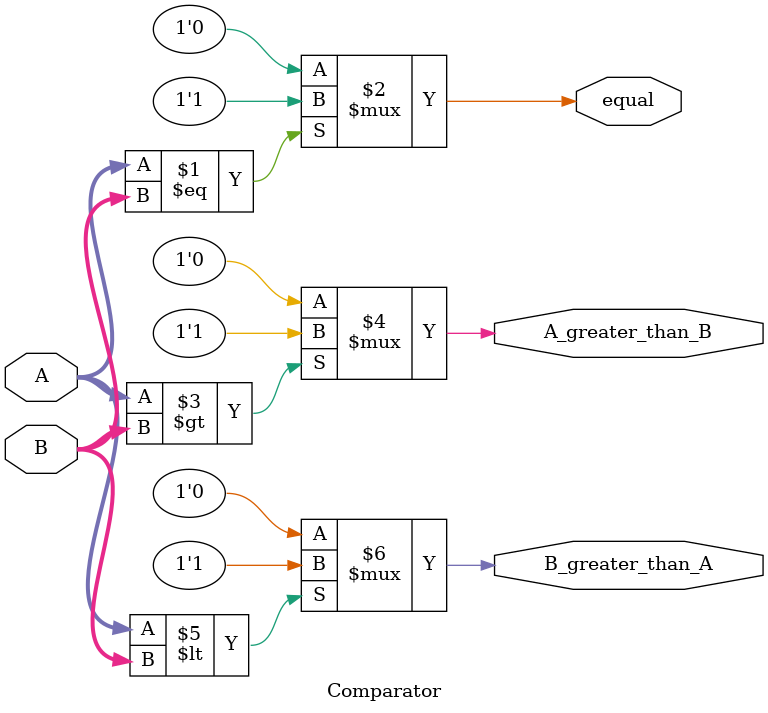
<source format=sv>
module Comparator #(
    parameter int N = 4 // Number of bits
)(
    input logic [N-1:0] A,
    input logic [N-1:0] B,
    output logic equal,
    output logic A_greater_than_B,
    output logic B_greater_than_A
);

    // Wire declarations

    // Comparisons
    assign equal = (A==B) ? 1'b1 : 1'b0;  // A equals B if all bits of XOR are 1
    assign A_greater_than_B = (A>B) ? 1'b1 : 1'b0; // A is greater than B if AND is 0 and A is not equal to B
    assign B_greater_than_A = (A<B) ? 1'b1 : 1'b0; // B is greater than A if AND is 0 and A is not equal to B

endmodule

</source>
